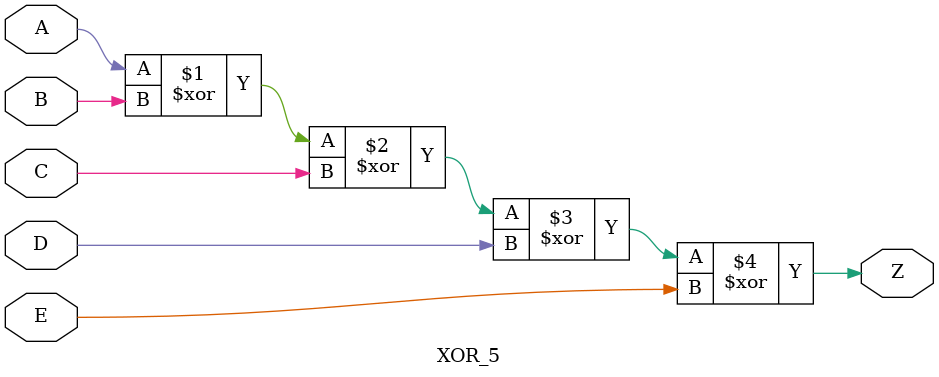
<source format=v>
module XOR_5 (A,B,C,D,E,Z);
	input A,B,C,D,E ;
	output Z;
	xor xor1(Z,A,B,C,D,E);
	endmodule
	

</source>
